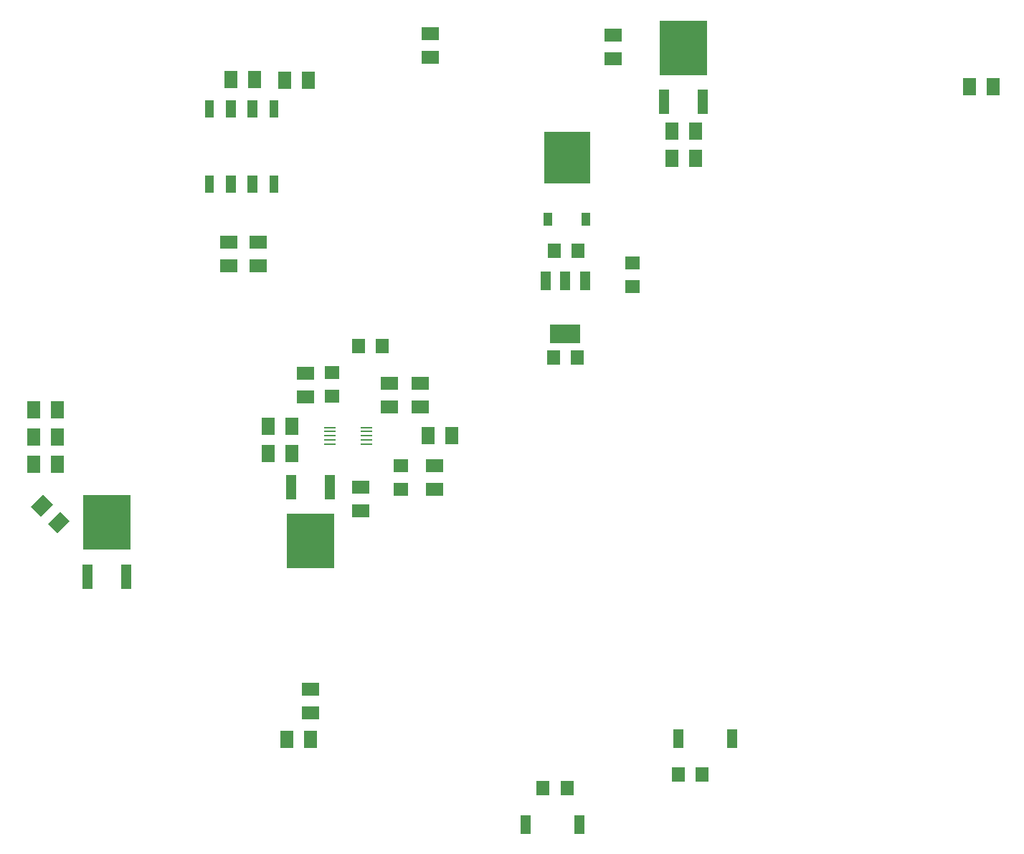
<source format=gbr>
G04 EAGLE Gerber RS-274X export*
G75*
%MOMM*%
%FSLAX34Y34*%
%LPD*%
%INSolderpaste Bottom*%
%IPPOS*%
%AMOC8*
5,1,8,0,0,1.08239X$1,22.5*%
G01*
%ADD10R,1.600000X1.800000*%
%ADD11R,1.800000X1.600000*%
%ADD12R,1.270000X2.160000*%
%ADD13R,1.016000X2.000000*%
%ADD14R,1.270000X2.000000*%
%ADD15R,5.400000X6.200000*%
%ADD16R,1.000000X1.600000*%
%ADD17R,1.250000X2.850000*%
%ADD18R,5.550000X6.500000*%
%ADD19R,2.000000X1.600000*%
%ADD20R,1.600000X2.000000*%
%ADD21R,1.397000X0.279400*%
%ADD22R,1.219200X2.235200*%
%ADD23R,3.600000X2.200000*%


D10*
X917760Y114660D03*
X889760Y114660D03*
X1049720Y130670D03*
X1077720Y130670D03*
D11*
X995560Y735520D03*
X995560Y707520D03*
D10*
X930920Y749520D03*
X902920Y749520D03*
X930260Y623710D03*
X902260Y623710D03*
X671750Y636720D03*
X699750Y636720D03*
D11*
X640330Y577670D03*
X640330Y605670D03*
X721810Y495690D03*
X721810Y467690D03*
D12*
X868830Y71690D03*
X932230Y71690D03*
D13*
X495610Y917430D03*
D14*
X521010Y917430D03*
X546410Y917430D03*
D13*
X571810Y917430D03*
X571810Y828430D03*
D14*
X546410Y828430D03*
X521010Y828430D03*
D13*
X495610Y828430D03*
D15*
X917810Y859580D03*
D16*
X940610Y786580D03*
X895010Y786580D03*
D17*
X1077890Y925690D03*
X1032290Y925690D03*
D18*
X1055090Y989690D03*
D19*
X608940Y605000D03*
X608940Y577000D03*
X553420Y731890D03*
X553420Y759890D03*
D20*
X584610Y951120D03*
X612610Y951120D03*
D19*
X518810Y731970D03*
X518810Y759970D03*
D20*
X521270Y951680D03*
X549270Y951680D03*
X1421270Y943710D03*
X1393270Y943710D03*
D19*
X972280Y976930D03*
X972280Y1004930D03*
D20*
X1069460Y858800D03*
X1041460Y858800D03*
D19*
X761930Y467550D03*
X761930Y495550D03*
D20*
X593170Y542690D03*
X565170Y542690D03*
X593240Y509720D03*
X565240Y509720D03*
D19*
X674070Y442230D03*
X674070Y470230D03*
X756160Y1006190D03*
X756160Y978190D03*
D21*
X681534Y540826D03*
X681534Y536000D03*
X681534Y530920D03*
X681534Y525840D03*
X681534Y521014D03*
X637846Y521014D03*
X637846Y525840D03*
X637846Y530920D03*
X637846Y536000D03*
X637846Y540826D03*
D22*
X892926Y713898D03*
X916040Y713898D03*
X939154Y713898D03*
D23*
X916040Y651920D03*
D17*
X592540Y470510D03*
X638140Y470510D03*
D18*
X615340Y406510D03*
D19*
X708470Y565000D03*
X708470Y593000D03*
D20*
X781940Y531050D03*
X753940Y531050D03*
D19*
X744250Y593000D03*
X744250Y565000D03*
D20*
X1069640Y891510D03*
X1041640Y891510D03*
D12*
X1113210Y173330D03*
X1049810Y173330D03*
D19*
X615440Y231820D03*
X615440Y203820D03*
D20*
X614970Y172560D03*
X586970Y172560D03*
G36*
X296587Y435822D02*
X285274Y447135D01*
X299415Y461276D01*
X310728Y449963D01*
X296587Y435822D01*
G37*
G36*
X316386Y416024D02*
X305073Y427337D01*
X319214Y441478D01*
X330527Y430165D01*
X316386Y416024D01*
G37*
D17*
X397700Y364580D03*
D18*
X374900Y428580D03*
D17*
X352100Y364580D03*
D20*
X316250Y497050D03*
X288250Y497050D03*
X316500Y529650D03*
X288500Y529650D03*
X316450Y561400D03*
X288450Y561400D03*
M02*

</source>
